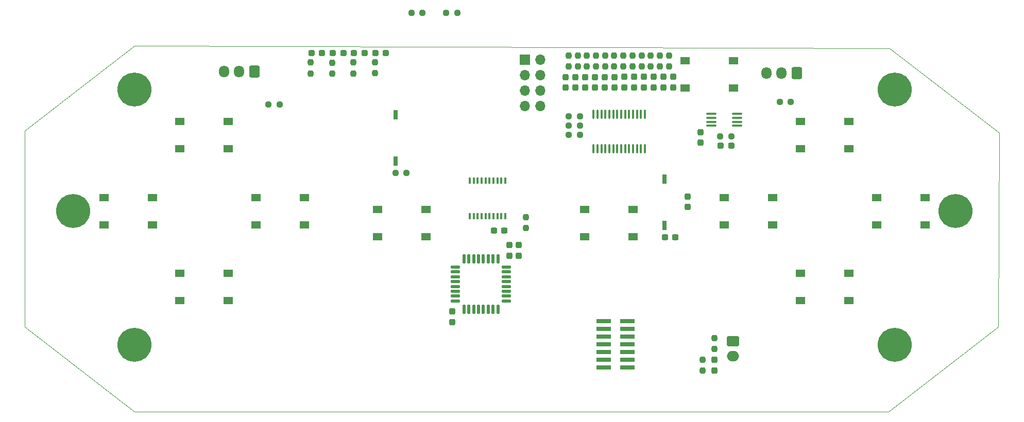
<source format=gbr>
%TF.GenerationSoftware,KiCad,Pcbnew,7.0.6-7.0.6~ubuntu20.04.1*%
%TF.CreationDate,2023-07-11T10:17:37+02:00*%
%TF.ProjectId,output_panel2023-07-11_081728.4517270000,6f757470-7574-45f7-9061-6e656c323032,rev?*%
%TF.SameCoordinates,Original*%
%TF.FileFunction,Soldermask,Top*%
%TF.FilePolarity,Negative*%
%FSLAX45Y45*%
G04 Gerber Fmt 4.5, Leading zero omitted, Abs format (unit mm)*
G04 Created by KiCad (PCBNEW 7.0.6-7.0.6~ubuntu20.04.1) date 2023-07-11 10:17:37*
%MOMM*%
%LPD*%
G01*
G04 APERTURE LIST*
G04 Aperture macros list*
%AMRoundRect*
0 Rectangle with rounded corners*
0 $1 Rounding radius*
0 $2 $3 $4 $5 $6 $7 $8 $9 X,Y pos of 4 corners*
0 Add a 4 corners polygon primitive as box body*
4,1,4,$2,$3,$4,$5,$6,$7,$8,$9,$2,$3,0*
0 Add four circle primitives for the rounded corners*
1,1,$1+$1,$2,$3*
1,1,$1+$1,$4,$5*
1,1,$1+$1,$6,$7*
1,1,$1+$1,$8,$9*
0 Add four rect primitives between the rounded corners*
20,1,$1+$1,$2,$3,$4,$5,0*
20,1,$1+$1,$4,$5,$6,$7,0*
20,1,$1+$1,$6,$7,$8,$9,0*
20,1,$1+$1,$8,$9,$2,$3,0*%
G04 Aperture macros list end*
%TA.AperFunction,Profile*%
%ADD10C,0.100000*%
%TD*%
%ADD11R,0.400000X1.000000*%
%ADD12C,5.600000*%
%ADD13R,2.400000X0.740000*%
%ADD14RoundRect,0.237500X-0.287500X-0.237500X0.287500X-0.237500X0.287500X0.237500X-0.287500X0.237500X0*%
%ADD15RoundRect,0.237500X0.237500X-0.250000X0.237500X0.250000X-0.237500X0.250000X-0.237500X-0.250000X0*%
%ADD16RoundRect,0.100000X-0.712500X-0.100000X0.712500X-0.100000X0.712500X0.100000X-0.712500X0.100000X0*%
%ADD17RoundRect,0.237500X-0.237500X0.300000X-0.237500X-0.300000X0.237500X-0.300000X0.237500X0.300000X0*%
%ADD18RoundRect,0.237500X-0.237500X0.250000X-0.237500X-0.250000X0.237500X-0.250000X0.237500X0.250000X0*%
%ADD19RoundRect,0.237500X-0.237500X0.287500X-0.237500X-0.287500X0.237500X-0.287500X0.237500X0.287500X0*%
%ADD20RoundRect,0.237500X-0.250000X-0.237500X0.250000X-0.237500X0.250000X0.237500X-0.250000X0.237500X0*%
%ADD21R,1.550000X1.300000*%
%ADD22RoundRect,0.237500X0.250000X0.237500X-0.250000X0.237500X-0.250000X-0.237500X0.250000X-0.237500X0*%
%ADD23RoundRect,0.237500X-0.300000X-0.237500X0.300000X-0.237500X0.300000X0.237500X-0.300000X0.237500X0*%
%ADD24RoundRect,0.237500X0.300000X0.237500X-0.300000X0.237500X-0.300000X-0.237500X0.300000X-0.237500X0*%
%ADD25RoundRect,0.237500X0.237500X-0.300000X0.237500X0.300000X-0.237500X0.300000X-0.237500X-0.300000X0*%
%ADD26RoundRect,0.125000X0.125000X-0.625000X0.125000X0.625000X-0.125000X0.625000X-0.125000X-0.625000X0*%
%ADD27RoundRect,0.125000X0.625000X-0.125000X0.625000X0.125000X-0.625000X0.125000X-0.625000X-0.125000X0*%
%ADD28RoundRect,0.250000X0.600000X0.725000X-0.600000X0.725000X-0.600000X-0.725000X0.600000X-0.725000X0*%
%ADD29O,1.700000X1.950000*%
%ADD30R,1.700000X1.700000*%
%ADD31O,1.700000X1.700000*%
%ADD32RoundRect,0.100000X0.100000X-0.637500X0.100000X0.637500X-0.100000X0.637500X-0.100000X-0.637500X0*%
%ADD33R,0.760000X1.600000*%
%ADD34RoundRect,0.250000X-0.750000X0.600000X-0.750000X-0.600000X0.750000X-0.600000X0.750000X0.600000X0*%
%ADD35O,2.000000X1.700000*%
G04 APERTURE END LIST*
D10*
X1850000Y-6070000D02*
X50000Y-4670000D01*
X14250000Y-6070000D02*
X1850000Y-6070000D01*
X16050000Y-4670000D02*
X14250000Y-6070000D01*
X14270000Y-90000D02*
X16070000Y-1480000D01*
X16070000Y-1480000D02*
X16050000Y-4670000D01*
X50000Y-4670000D02*
X50000Y-1450000D01*
X50000Y-1450000D02*
X1850000Y-50000D01*
X1850000Y-50000D02*
X14270000Y-90000D01*
D11*
X7365000Y-2850000D03*
X7430000Y-2850000D03*
X7495000Y-2850000D03*
X7560000Y-2850000D03*
X7625000Y-2850000D03*
X7690000Y-2850000D03*
X7755000Y-2850000D03*
X7820000Y-2850000D03*
X7885000Y-2850000D03*
X7950000Y-2850000D03*
X7950000Y-2270000D03*
X7885000Y-2270000D03*
X7820000Y-2270000D03*
X7755000Y-2270000D03*
X7690000Y-2270000D03*
X7625000Y-2270000D03*
X7560000Y-2270000D03*
X7495000Y-2270000D03*
X7430000Y-2270000D03*
X7365000Y-2270000D03*
D12*
X14350000Y-4970000D03*
D13*
X9567500Y-4583000D03*
X9957500Y-4583000D03*
X9567500Y-4710000D03*
X9957500Y-4710000D03*
X9567500Y-4837000D03*
X9957500Y-4837000D03*
X9567500Y-4964000D03*
X9957500Y-4964000D03*
X9567500Y-5091000D03*
X9957500Y-5091000D03*
X9567500Y-5218000D03*
X9957500Y-5218000D03*
X9567500Y-5345000D03*
X9957500Y-5345000D03*
D12*
X15350000Y-2770000D03*
D14*
X4762500Y-170000D03*
X4937500Y-170000D03*
D15*
X10040000Y-392500D03*
X10040000Y-210000D03*
X8290000Y-3050000D03*
X8290000Y-2867500D03*
D16*
X11338750Y-1172500D03*
X11338750Y-1237500D03*
X11338750Y-1302500D03*
X11338750Y-1367500D03*
X11761250Y-1367500D03*
X11761250Y-1302500D03*
X11761250Y-1237500D03*
X11761250Y-1172500D03*
D17*
X11155000Y-1473750D03*
X11155000Y-1646250D03*
D18*
X5810000Y-321250D03*
X5810000Y-503750D03*
D19*
X9422500Y-565000D03*
X9422500Y-740000D03*
D18*
X5455000Y-326250D03*
X5455000Y-508750D03*
D19*
X9582500Y-565000D03*
X9582500Y-740000D03*
D20*
X4058750Y-1020000D03*
X4241250Y-1020000D03*
D15*
X9740000Y-392500D03*
X9740000Y-210000D03*
D19*
X9102500Y-565000D03*
X9102500Y-740000D03*
D15*
X9590000Y-392500D03*
X9590000Y-210000D03*
D18*
X11190000Y-5212500D03*
X11190000Y-5395000D03*
D21*
X2602500Y-1295000D03*
X3397500Y-1295000D03*
X2602500Y-1745000D03*
X3397500Y-1745000D03*
X3852500Y-2545000D03*
X4647500Y-2545000D03*
X3852500Y-2995000D03*
X4647500Y-2995000D03*
D20*
X6143750Y-2140000D03*
X6326250Y-2140000D03*
D12*
X1850000Y-4970000D03*
D22*
X9178050Y-1207400D03*
X8995550Y-1207400D03*
D15*
X9440000Y-392500D03*
X9440000Y-210000D03*
D23*
X10573250Y-3197000D03*
X10745750Y-3197000D03*
D21*
X9252500Y-2745000D03*
X10047500Y-2745000D03*
X9252500Y-3195000D03*
X10047500Y-3195000D03*
X2602500Y-3795000D03*
X3397500Y-3795000D03*
X2602500Y-4245000D03*
X3397500Y-4245000D03*
X14052500Y-2545000D03*
X14847500Y-2545000D03*
X14052500Y-2995000D03*
X14847500Y-2995000D03*
D15*
X9140000Y-392500D03*
X9140000Y-210000D03*
D17*
X11390000Y-5217500D03*
X11390000Y-5390000D03*
D21*
X1352500Y-2545000D03*
X2147500Y-2545000D03*
X1352500Y-2995000D03*
X2147500Y-2995000D03*
D14*
X5112500Y-170000D03*
X5287500Y-170000D03*
D24*
X7936250Y-3090000D03*
X7763750Y-3090000D03*
D18*
X11390000Y-4858750D03*
X11390000Y-5041250D03*
D21*
X5852500Y-2745000D03*
X6647500Y-2745000D03*
X5852500Y-3195000D03*
X6647500Y-3195000D03*
D19*
X9745000Y-563750D03*
X9745000Y-738750D03*
D25*
X7080200Y-4595650D03*
X7080200Y-4423150D03*
D14*
X5462500Y-170000D03*
X5637500Y-170000D03*
D26*
X7270000Y-4387500D03*
X7350000Y-4387500D03*
X7430000Y-4387500D03*
X7510000Y-4387500D03*
X7590000Y-4387500D03*
X7670000Y-4387500D03*
X7750000Y-4387500D03*
X7830000Y-4387500D03*
D27*
X7967500Y-4250000D03*
X7967500Y-4170000D03*
X7967500Y-4090000D03*
X7967500Y-4010000D03*
X7967500Y-3930000D03*
X7967500Y-3850000D03*
X7967500Y-3770000D03*
X7967500Y-3690000D03*
D26*
X7830000Y-3552500D03*
X7750000Y-3552500D03*
X7670000Y-3552500D03*
X7590000Y-3552500D03*
X7510000Y-3552500D03*
X7430000Y-3552500D03*
X7350000Y-3552500D03*
X7270000Y-3552500D03*
D27*
X7132500Y-3690000D03*
X7132500Y-3770000D03*
X7132500Y-3850000D03*
X7132500Y-3930000D03*
X7132500Y-4010000D03*
X7132500Y-4090000D03*
X7132500Y-4170000D03*
X7132500Y-4250000D03*
D18*
X5102500Y-328750D03*
X5102500Y-511250D03*
D19*
X8942500Y-565000D03*
X8942500Y-740000D03*
D20*
X6407500Y490000D03*
X6590000Y490000D03*
D28*
X12740400Y-496200D03*
D29*
X12490400Y-496200D03*
X12240400Y-496200D03*
D17*
X8020000Y-3330950D03*
X8020000Y-3503450D03*
D15*
X10640000Y-392500D03*
X10640000Y-210000D03*
D20*
X6978750Y490000D03*
X7161250Y490000D03*
D14*
X5812500Y-170000D03*
X5987500Y-170000D03*
D21*
X10902500Y-295000D03*
X11697500Y-295000D03*
X10902500Y-745000D03*
X11697500Y-745000D03*
D15*
X9290000Y-392500D03*
X9290000Y-210000D03*
D30*
X8270000Y-276000D03*
D31*
X8524000Y-276000D03*
X8270000Y-530000D03*
X8524000Y-530000D03*
X8270000Y-784000D03*
X8524000Y-784000D03*
X8270000Y-1038000D03*
X8524000Y-1038000D03*
D19*
X10227500Y-562500D03*
X10227500Y-737500D03*
D14*
X11488500Y-1690000D03*
X11663500Y-1690000D03*
D20*
X8995550Y-1512200D03*
X9178050Y-1512200D03*
D21*
X12802500Y-3795000D03*
X13597500Y-3795000D03*
X12802500Y-4245000D03*
X13597500Y-4245000D03*
D19*
X9907500Y-562500D03*
X9907500Y-737500D03*
D20*
X12458750Y-970000D03*
X12641250Y-970000D03*
D15*
X9890000Y-392500D03*
X9890000Y-210000D03*
D20*
X11484750Y-1537600D03*
X11667250Y-1537600D03*
D32*
X9400900Y-1747650D03*
X9465900Y-1747650D03*
X9530900Y-1747650D03*
X9595900Y-1747650D03*
X9660900Y-1747650D03*
X9725900Y-1747650D03*
X9790900Y-1747650D03*
X9855900Y-1747650D03*
X9920900Y-1747650D03*
X9985900Y-1747650D03*
X10050900Y-1747650D03*
X10115900Y-1747650D03*
X10180900Y-1747650D03*
X10245900Y-1747650D03*
X10245900Y-1175150D03*
X10180900Y-1175150D03*
X10115900Y-1175150D03*
X10050900Y-1175150D03*
X9985900Y-1175150D03*
X9920900Y-1175150D03*
X9855900Y-1175150D03*
X9790900Y-1175150D03*
X9725900Y-1175150D03*
X9660900Y-1175150D03*
X9595900Y-1175150D03*
X9530900Y-1175150D03*
X9465900Y-1175150D03*
X9400900Y-1175150D03*
D18*
X4752500Y-326250D03*
X4752500Y-508750D03*
D12*
X1850000Y-770000D03*
X850000Y-2770000D03*
D22*
X9178050Y-1359800D03*
X8995550Y-1359800D03*
D15*
X10340000Y-392500D03*
X10340000Y-210000D03*
X8990000Y-392500D03*
X8990000Y-210000D03*
D21*
X11552500Y-2545000D03*
X12347500Y-2545000D03*
X11552500Y-2995000D03*
X12347500Y-2995000D03*
X12802500Y-1295000D03*
X13597500Y-1295000D03*
X12802500Y-1745000D03*
X13597500Y-1745000D03*
D33*
X6150000Y-1951000D03*
X6150000Y-1189000D03*
X10567000Y-3008000D03*
X10567000Y-2246000D03*
D28*
X3825000Y-472500D03*
D29*
X3575000Y-472500D03*
X3325000Y-472500D03*
D15*
X10190000Y-392500D03*
X10190000Y-210000D03*
D17*
X10949500Y-2532000D03*
X10949500Y-2704500D03*
D15*
X10490000Y-392500D03*
X10490000Y-210000D03*
D12*
X14350000Y-770000D03*
D19*
X10710000Y-562500D03*
X10710000Y-737500D03*
X10067500Y-562500D03*
X10067500Y-737500D03*
D17*
X8172400Y-3330950D03*
X8172400Y-3503450D03*
D19*
X9262500Y-565000D03*
X9262500Y-740000D03*
X10547500Y-562500D03*
X10547500Y-737500D03*
X10387500Y-562500D03*
X10387500Y-737500D03*
D34*
X11690000Y-4910000D03*
D35*
X11690000Y-5160000D03*
M02*

</source>
